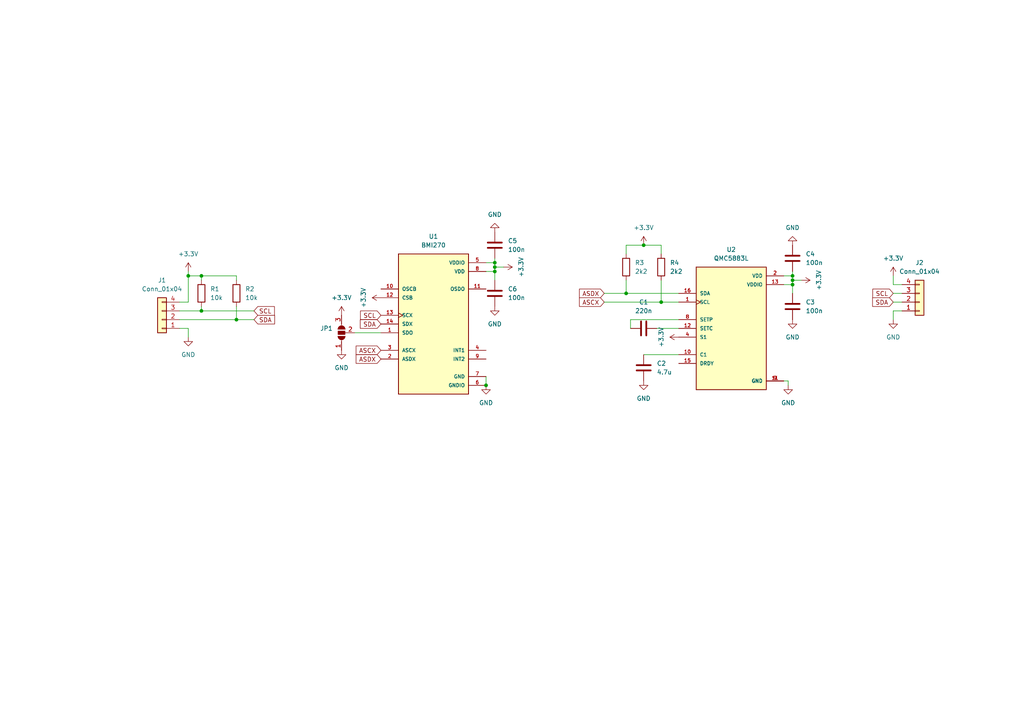
<source format=kicad_sch>
(kicad_sch (version 20230121) (generator eeschema)
  (paper "A4")
  (lib_symbols
    (symbol "BMI270:BMI270" (pin_names (offset 1.016))
      (property "Reference" "U" (at -10.16 21.082 0))
      (property "Value" "BMI270" (at -10.16 -22.86 0))
      (symbol "BMI270_0_0"
        (rectangle (start -10.16 -20.32) (end 10.16 20.32) (stroke (width 0.254)) (fill (type background)))
        (pin bidirectional line (at -15.24 -2.54 0) (length 5.08) (name "SDO") (number "1"))
        (pin input line (at -15.24 10.16 0) (length 5.08) (name "OSCB") (number "10"))
        (pin output line (at 15.24 10.16 180) (length 5.08) (name "OSDO") (number "11"))
        (pin input line (at -15.24 7.62 0) (length 5.08) (name "CSB") (number "12"))
        (pin input clock (at -15.24 2.54 0) (length 5.08) (name "SCX") (number "13"))
        (pin bidirectional line (at -15.24 0 0) (length 5.08) (name "SDX") (number "14"))
        (pin bidirectional line (at -15.24 -10.16 0) (length 5.08) (name "ASDX") (number "2"))
        (pin bidirectional line (at -15.24 -7.62 0) (length 5.08) (name "ASCX") (number "3"))
        (pin bidirectional line (at 15.24 -7.62 180) (length 5.08) (name "INT1") (number "4"))
        (pin power_in line (at 15.24 17.78 180) (length 5.08) (name "VDDIO") (number "5"))
        (pin power_in line (at 15.24 -17.78 180) (length 5.08) (name "GNDIO") (number "6"))
        (pin power_in line (at 15.24 -15.24 180) (length 5.08) (name "GND") (number "7"))
        (pin power_in line (at 15.24 15.24 180) (length 5.08) (name "VDD") (number "8"))
        (pin bidirectional line (at 15.24 -10.16 180) (length 5.08) (name "INT2") (number "9"))
      )
    )
    (symbol "Connector_Generic:Conn_01x04" (pin_names (offset 1.016) hide)
      (property "Reference" "J" (at 0 5.08 0))
      (property "Value" "Conn_01x04" (at 0 -7.62 0))
      (symbol "Conn_01x04_1_1"
        (rectangle (start -1.27 -4.953) (end 0 -5.207) (stroke (width 0.1524)))
        (rectangle (start -1.27 -2.413) (end 0 -2.667) (stroke (width 0.1524)))
        (rectangle (start -1.27 0.127) (end 0 -0.127) (stroke (width 0.1524)))
        (rectangle (start -1.27 2.667) (end 0 2.413) (stroke (width 0.1524)))
        (rectangle (start -1.27 3.81) (end 1.27 -6.35) (stroke (width 0.254)) (fill (type background)))
        (pin passive line (at -5.08 2.54 0) (length 3.81) (name "Pin_1") (number "1"))
        (pin passive line (at -5.08 0 0) (length 3.81) (name "Pin_2") (number "2"))
        (pin passive line (at -5.08 -2.54 0) (length 3.81) (name "Pin_3") (number "3"))
        (pin passive line (at -5.08 -5.08 0) (length 3.81) (name "Pin_4") (number "4"))
      )
    )
    (symbol "Device:C" (pin_numbers hide) (pin_names (offset 0.254))
      (property "Reference" "C" (at 0.635 2.54 0))
      (property "Value" "C" (at 0.635 -2.54 0))
      (symbol "C_0_1"
        (polyline (pts (xy -2.032 -0.762) (xy 2.032 -0.762)) (stroke (width 0.508)))
        (polyline (pts (xy -2.032 0.762) (xy 2.032 0.762)) (stroke (width 0.508)))
      )
      (symbol "C_1_1"
        (pin passive line (at 0 3.81 270) (length 2.794) (name "~") (number "1"))
        (pin passive line (at 0 -3.81 90) (length 2.794) (name "~") (number "2"))
      )
    )
    (symbol "Device:R" (pin_numbers hide) (pin_names (offset 0))
      (property "Reference" "R" (at 2.032 0 90))
      (property "Value" "R" (at 0 0 90))
      (symbol "R_0_1"
        (rectangle (start -1.016 -2.54) (end 1.016 2.54) (stroke (width 0.254)))
      )
      (symbol "R_1_1"
        (pin passive line (at 0 3.81 270) (length 1.27) (name "~") (number "1"))
        (pin passive line (at 0 -3.81 90) (length 1.27) (name "~") (number "2"))
      )
    )
    (symbol "HMC5883L-TR:HMC5883L-TR" (pin_names (offset 1.016))
      (property "Reference" "U" (at -10.16 19.05 0))
      (property "Value" "HMC5883L-TR" (at -10.16 -20.32 0))
      (symbol "HMC5883L-TR_0_0"
        (rectangle (start -10.16 -17.78) (end 10.16 17.78) (stroke (width 0.254)) (fill (type background)))
        (pin input clock (at -15.24 7.62 0) (length 5.08) (name "SCL") (number "1"))
        (pin bidirectional line (at -15.24 -7.62 0) (length 5.08) (name "C1") (number "10"))
        (pin power_in line (at 15.24 -15.24 180) (length 5.08) (name "GND") (number "11"))
        (pin bidirectional line (at -15.24 0 0) (length 5.08) (name "SETC") (number "12"))
        (pin power_in line (at 15.24 12.7 180) (length 5.08) (name "VDDIO") (number "13"))
        (pin bidirectional line (at -15.24 -10.16 0) (length 5.08) (name "DRDY") (number "15"))
        (pin input line (at -15.24 10.16 0) (length 5.08) (name "SDA") (number "16"))
        (pin power_in line (at 15.24 15.24 180) (length 5.08) (name "VDD") (number "2"))
        (pin bidirectional line (at -15.24 -2.54 0) (length 5.08) (name "S1") (number "4"))
        (pin bidirectional line (at -15.24 2.54 0) (length 5.08) (name "SETP") (number "8"))
        (pin power_in line (at 15.24 -15.24 180) (length 5.08) (name "GND") (number "9"))
      )
    )
    (symbol "Jumper:SolderJumper_3_Open" (pin_names (offset 0) hide)
      (property "Reference" "JP" (at -2.54 -2.54 0))
      (property "Value" "SolderJumper_3_Open" (at 0 2.794 0))
      (symbol "SolderJumper_3_Open_0_1"
        (arc (start -1.016 1.016) (mid -2.0276 0) (end -1.016 -1.016))
        (arc (start -1.016 1.016) (mid -2.0276 0) (end -1.016 -1.016) (fill (type outline)))
        (rectangle (start -0.508 1.016) (end 0.508 -1.016) (fill (type outline)))
        (polyline (pts (xy -2.54 0) (xy -2.032 0)))
        (polyline (pts (xy -1.016 1.016) (xy -1.016 -1.016)))
        (polyline (pts (xy 0 -1.27) (xy 0 -1.016)))
        (polyline (pts (xy 1.016 1.016) (xy 1.016 -1.016)))
        (polyline (pts (xy 2.54 0) (xy 2.032 0)))
        (arc (start 1.016 -1.016) (mid 2.0276 0) (end 1.016 1.016))
        (arc (start 1.016 -1.016) (mid 2.0276 0) (end 1.016 1.016) (fill (type outline)))
      )
      (symbol "SolderJumper_3_Open_1_1"
        (pin passive line (at -5.08 0 0) (length 2.54) (name "A") (number "1"))
        (pin passive line (at 0 -3.81 90) (length 2.54) (name "C") (number "2"))
        (pin passive line (at 5.08 0 180) (length 2.54) (name "B") (number "3"))
      )
    )
    (symbol "power:+3.3V" (power) (pin_names (offset 0))
      (property "Value" "+3.3V" (at 0 3.556 0))
      (symbol "+3.3V_0_1"
        (polyline (pts (xy -0.762 1.27) (xy 0 2.54)))
        (polyline (pts (xy 0 0) (xy 0 2.54)))
        (polyline (pts (xy 0 2.54) (xy 0.762 1.27)))
      )
      (symbol "+3.3V_1_1"
        (pin power_in line (at 0 0 90) (length 0) hide (name "+3.3V") (number "1"))
      )
    )
    (symbol "power:GND" (power) (pin_names (offset 0))
      (property "Value" "GND" (at 0 -3.81 0))
      (symbol "GND_0_1"
        (polyline (pts (xy 0 0) (xy 0 -1.27) (xy 1.27 -1.27) (xy 0 -2.54) (xy -1.27 -1.27) (xy 0 -1.27)))
      )
      (symbol "GND_1_1"
        (pin power_in line (at 0 0 270) (length 0) hide (name "GND") (number "1"))
      )
    )
  )
  (junction (at 54.61 80.01))
  (junction (at 181.61 85.09))
  (junction (at 143.51 77.47))
  (junction (at 229.87 81.28))
  (junction (at 68.58 92.71))
  (junction (at 58.42 90.17))
  (junction (at 140.97 111.76))
  (junction (at 191.77 87.63))
  (junction (at 143.51 78.74))
  (junction (at 229.87 82.55))
  (junction (at 229.87 80.01))
  (junction (at 58.42 80.01))
  (junction (at 143.51 76.2))
  (junction (at 186.69 71.12))
  (wire (pts (xy 175.26 85.09) (xy 181.61 85.09)))
  (wire (pts (xy 181.61 71.12) (xy 186.69 71.12)))
  (wire (pts (xy 58.42 90.17) (xy 73.66 90.17)))
  (wire (pts (xy 186.69 71.12) (xy 191.77 71.12)))
  (wire (pts (xy 54.61 95.25) (xy 54.61 97.79)))
  (wire (pts (xy 140.97 109.22) (xy 140.97 111.76)))
  (wire (pts (xy 190.5 95.25) (xy 196.85 95.25)))
  (wire (pts (xy 58.42 88.9) (xy 58.42 90.17)))
  (wire (pts (xy 175.26 87.63) (xy 191.77 87.63)))
  (wire (pts (xy 54.61 87.63) (xy 54.61 80.01)))
  (wire (pts (xy 140.97 76.2) (xy 143.51 76.2)))
  (wire (pts (xy 52.07 90.17) (xy 58.42 90.17)))
  (wire (pts (xy 191.77 71.12) (xy 191.77 73.66)))
  (wire (pts (xy 143.51 74.93) (xy 143.51 76.2)))
  (wire (pts (xy 229.87 81.28) (xy 232.41 81.28)))
  (wire (pts (xy 228.6 110.49) (xy 228.6 111.76)))
  (wire (pts (xy 54.61 80.01) (xy 54.61 78.74)))
  (wire (pts (xy 196.85 92.71) (xy 182.88 92.71)))
  (wire (pts (xy 227.33 80.01) (xy 229.87 80.01)))
  (wire (pts (xy 58.42 80.01) (xy 68.58 80.01)))
  (wire (pts (xy 227.33 110.49) (xy 228.6 110.49)))
  (wire (pts (xy 102.87 96.52) (xy 110.49 96.52)))
  (wire (pts (xy 259.08 82.55) (xy 259.08 80.01)))
  (wire (pts (xy 261.62 90.17) (xy 259.08 90.17)))
  (wire (pts (xy 259.08 85.09) (xy 261.62 85.09)))
  (wire (pts (xy 261.62 82.55) (xy 259.08 82.55)))
  (wire (pts (xy 143.51 77.47) (xy 146.05 77.47)))
  (wire (pts (xy 259.08 87.63) (xy 261.62 87.63)))
  (wire (pts (xy 68.58 88.9) (xy 68.58 92.71)))
  (wire (pts (xy 191.77 87.63) (xy 196.85 87.63)))
  (wire (pts (xy 68.58 92.71) (xy 73.66 92.71)))
  (wire (pts (xy 181.61 73.66) (xy 181.61 71.12)))
  (wire (pts (xy 182.88 92.71) (xy 182.88 95.25)))
  (wire (pts (xy 54.61 80.01) (xy 58.42 80.01)))
  (wire (pts (xy 181.61 85.09) (xy 196.85 85.09)))
  (wire (pts (xy 52.07 95.25) (xy 54.61 95.25)))
  (wire (pts (xy 58.42 80.01) (xy 58.42 81.28)))
  (wire (pts (xy 229.87 81.28) (xy 229.87 82.55)))
  (wire (pts (xy 229.87 80.01) (xy 229.87 81.28)))
  (wire (pts (xy 143.51 77.47) (xy 143.51 78.74)))
  (wire (pts (xy 52.07 92.71) (xy 68.58 92.71)))
  (wire (pts (xy 143.51 76.2) (xy 143.51 77.47)))
  (wire (pts (xy 68.58 80.01) (xy 68.58 81.28)))
  (wire (pts (xy 52.07 87.63) (xy 54.61 87.63)))
  (wire (pts (xy 143.51 78.74) (xy 143.51 81.28)))
  (wire (pts (xy 191.77 81.28) (xy 191.77 87.63)))
  (wire (pts (xy 229.87 82.55) (xy 229.87 85.09)))
  (wire (pts (xy 140.97 78.74) (xy 143.51 78.74)))
  (wire (pts (xy 186.69 102.87) (xy 196.85 102.87)))
  (wire (pts (xy 227.33 82.55) (xy 229.87 82.55)))
  (wire (pts (xy 259.08 90.17) (xy 259.08 92.71)))
  (wire (pts (xy 229.87 78.74) (xy 229.87 80.01)))
  (wire (pts (xy 181.61 81.28) (xy 181.61 85.09)))
  (global_label "SDA" (shape input) (at 110.49 93.98 180) (property "Intersheetrefs" "${INTERSHEET_REFS}" (effects hide)))
  (global_label "ASCX" (shape input) (at 110.49 101.6 180) (property "Intersheetrefs" "${INTERSHEET_REFS}" (effects hide)))
  (global_label "ASCX" (shape input) (at 175.26 87.63 180) (property "Intersheetrefs" "${INTERSHEET_REFS}" (effects hide)))
  (global_label "SCL" (shape input) (at 110.49 91.44 180) (property "Intersheetrefs" "${INTERSHEET_REFS}" (effects hide)))
  (global_label "SDA" (shape input) (at 259.08 87.63 180) (property "Intersheetrefs" "${INTERSHEET_REFS}" (effects hide)))
  (global_label "SCL" (shape input) (at 259.08 85.09 180) (property "Intersheetrefs" "${INTERSHEET_REFS}" (effects hide)))
  (global_label "ASDX" (shape input) (at 175.26 85.09 180) (property "Intersheetrefs" "${INTERSHEET_REFS}" (effects hide)))
  (global_label "SDA" (shape input) (at 73.66 92.71 0) (property "Intersheetrefs" "${INTERSHEET_REFS}" (effects hide)))
  (global_label "ASDX" (shape input) (at 110.49 104.14 180) (property "Intersheetrefs" "${INTERSHEET_REFS}" (effects hide)))
  (global_label "SCL" (shape input) (at 73.66 90.17 0) (property "Intersheetrefs" "${INTERSHEET_REFS}" (effects hide)))
  (symbol (lib_id "BMI270:BMI270") (at 125.73 93.98 0) (unit 1)
    (property "Reference" "U1" (at 125.73 68.58 0))
    (property "Value" "BMI270" (at 125.73 71.12 0))
    (property "Footprint" "footprints:XDCR_BMI270" (effects hide))
    (property "PATREV" "1.0" (effects hide))
    (property "MF" "Bosch Sensortec" (effects hide))
    (property "MAXIMUM_PACKAGE_HEIGHT" "0.87mm" (effects hide))
    (property "Package" "LGA-14 Bosch Sensortec" (effects hide))
    (property "Price" "None" (effects hide))
    (property "Check_prices" "https://www.snapeda.com/parts/BMI270/Bosch+Sensortec/view-part/?ref=eda" (effects hide))
    (property "STANDARD" "Manufacturer Recommendations" (effects hide))
    (property "SnapEDA_Link" "https://www.snapeda.com/parts/BMI270/Bosch+Sensortec/view-part/?ref=snap" (effects hide))
    (property "MP" "BMI270" (effects hide))
    (property "Description" "\nAccelerometer, Gyroscope, 6 Axis Sensor I2C, SPI Output\n" (effects hide))
    (property "Availability" "In Stock" (effects hide))
    (property "MANUFACTURER" "Bosch Sensortec" (effects hide))
  )
  (symbol (lib_id "power:GND") (at 229.87 92.71 0) (unit 1)
    (property "Reference" "#PWR09" (effects hide))
    (property "Value" "GND" (at 229.87 97.79 0))
  )
  (symbol (lib_id "HMC5883L-TR:HMC5883L-TR") (at 212.09 95.25 0) (unit 1)
    (property "Reference" "U2" (at 212.09 72.39 0))
    (property "Value" "QMC5883L" (at 212.09 74.93 0))
    (property "Footprint" "footprints:XDCR_HMC5883L-TR" (effects hide))
    (property "MF" "Honeywell Aerospace" (effects hide))
    (property "Description" "\nMagnetoresistive Sensor X, Y, Z Axis 16-LCC\n" (effects hide))
    (property "Package" "LCC-16 Honeywell" (effects hide))
    (property "Price" "None" (effects hide))
    (property "Check_prices" "https://www.snapeda.com/parts/HMC5883L-TR/Honeywell+Aerospace/view-part/?ref=eda" (effects hide))
    (property "STANDARD" "Manufacturer Recommendations" (effects hide))
    (property "PARTREV" "E" (effects hide))
    (property "SnapEDA_Link" "https://www.snapeda.com/parts/HMC5883L-TR/Honeywell+Aerospace/view-part/?ref=snap" (effects hide))
    (property "MP" "HMC5883L-TR" (effects hide))
    (property "Availability" "In Stock" (effects hide))
    (property "PACKAGE_MAXIMUM_HEIGHT" "0.9mm" (effects hide))
    (property "MANUFACTURER" "HONEYWELL" (effects hide))
  )
  (symbol (lib_id "Device:C") (at 186.69 106.68 0) (unit 1)
    (property "Reference" "C2" (at 190.5 105.41 0) (effects (justify left)))
    (property "Value" "4.7u" (at 190.5 107.95 0) (effects (justify left)))
    (property "Footprint" "Capacitor_SMD:C_0201_0603Metric" (effects hide))
  )
  (symbol (lib_id "power:GND") (at 99.06 101.6 0) (unit 1)
    (property "Reference" "#PWR011" (effects hide))
    (property "Value" "GND" (at 99.06 106.68 0))
  )
  (symbol (lib_id "Device:C") (at 186.69 95.25 90) (unit 1)
    (property "Reference" "C1" (at 186.69 87.63 90))
    (property "Value" "220n" (at 186.69 90.17 90))
    (property "Footprint" "Capacitor_SMD:C_0201_0603Metric" (effects hide))
  )
  (symbol (lib_id "Device:R") (at 191.77 77.47 0) (unit 1)
    (property "Reference" "R4" (at 194.31 76.2 0) (effects (justify left)))
    (property "Value" "2k2" (at 194.31 78.74 0) (effects (justify left)))
    (property "Footprint" "Resistor_SMD:R_0201_0603Metric" (effects hide))
  )
  (symbol (lib_id "Device:R") (at 68.58 85.09 0) (unit 1)
    (property "Reference" "R2" (at 71.12 83.82 0) (effects (justify left)))
    (property "Value" "10k" (at 71.12 86.36 0) (effects (justify left)))
    (property "Footprint" "Resistor_SMD:R_0201_0603Metric" (effects hide))
    (property "LCSC Part #" "C2930027" (effects hide))
  )
  (symbol (lib_id "power:+3.3V") (at 196.85 97.79 90) (mirror x) (unit 1)
    (property "Reference" "#PWR07" (effects hide))
    (property "Value" "+3.3V" (at 191.77 97.79 0))
  )
  (symbol (lib_id "power:GND") (at 229.87 71.12 180) (unit 1)
    (property "Reference" "#PWR014" (effects hide))
    (property "Value" "GND" (at 229.87 66.04 0))
  )
  (symbol (lib_id "power:+3.3V") (at 110.49 86.36 90) (mirror x) (unit 1)
    (property "Reference" "#PWR018" (effects hide))
    (property "Value" "+3.3V" (at 105.41 86.36 0))
  )
  (symbol (lib_id "Connector_Generic:Conn_01x04") (at 266.7 87.63 0) (mirror x) (unit 1)
    (property "Reference" "J2" (at 266.7 76.2 0))
    (property "Value" "Conn_01x04" (at 266.7 78.74 0))
    (property "Footprint" "footprints:JST_SH_SM04B-SRSS-TB_1x04-1MP_P1.00mm_Horizontal_Only_Wire_Pads" (effects hide))
  )
  (symbol (lib_id "power:GND") (at 228.6 111.76 0) (unit 1)
    (property "Reference" "#PWR08" (effects hide))
    (property "Value" "GND" (at 228.6 116.84 0))
  )
  (symbol (lib_id "power:+3.3V") (at 54.61 78.74 0) (mirror y) (unit 1)
    (property "Reference" "#PWR01" (effects hide))
    (property "Value" "+3.3V" (at 54.61 73.66 0))
  )
  (symbol (lib_id "power:GND") (at 54.61 97.79 0) (unit 1)
    (property "Reference" "#PWR02" (effects hide))
    (property "Value" "GND" (at 54.61 102.87 0))
  )
  (symbol (lib_id "Jumper:SolderJumper_3_Open") (at 99.06 96.52 90) (unit 1)
    (property "Reference" "JP1" (at 96.52 95.25 90) (effects (justify left)))
    (property "Value" "SolderJumper_3_Open" (effects hide))
    (property "Footprint" "footprints:Micro_Solder_Jumper" (effects hide))
  )
  (symbol (lib_id "power:GND") (at 186.69 110.49 0) (unit 1)
    (property "Reference" "#PWR06" (effects hide))
    (property "Value" "GND" (at 186.69 115.57 0))
  )
  (symbol (lib_id "Connector_Generic:Conn_01x04") (at 46.99 92.71 180) (unit 1)
    (property "Reference" "J1" (at 46.99 81.28 0))
    (property "Value" "Conn_01x04" (at 46.99 83.82 0))
    (property "Footprint" "footprints:JST_SH_SM04B-SRSS-TB_1x04-1MP_P1.00mm_Horizontal_Only_Wire_Pads" (effects hide))
  )
  (symbol (lib_id "power:+3.3V") (at 186.69 71.12 0) (mirror y) (unit 1)
    (property "Reference" "#PWR05" (effects hide))
    (property "Value" "+3.3V" (at 186.69 66.04 0))
  )
  (symbol (lib_id "power:+3.3V") (at 232.41 81.28 270) (mirror x) (unit 1)
    (property "Reference" "#PWR015" (effects hide))
    (property "Value" "+3.3V" (at 237.49 81.28 0))
  )
  (symbol (lib_id "power:GND") (at 140.97 111.76 0) (unit 1)
    (property "Reference" "#PWR012" (effects hide))
    (property "Value" "GND" (at 140.97 116.84 0))
  )
  (symbol (lib_id "power:+3.3V") (at 259.08 80.01 0) (mirror y) (unit 1)
    (property "Reference" "#PWR03" (effects hide))
    (property "Value" "+3.3V" (at 259.08 74.93 0))
  )
  (symbol (lib_id "Device:R") (at 58.42 85.09 0) (unit 1)
    (property "Reference" "R1" (at 60.96 83.82 0) (effects (justify left)))
    (property "Value" "10k" (at 60.96 86.36 0) (effects (justify left)))
    (property "Footprint" "Resistor_SMD:R_0201_0603Metric" (effects hide))
    (property "LCSC Part #" "C2930027" (effects hide))
  )
  (symbol (lib_id "Device:C") (at 229.87 74.93 0) (unit 1)
    (property "Reference" "C4" (at 233.68 73.66 0) (effects (justify left)))
    (property "Value" "100n" (at 233.68 76.2 0) (effects (justify left)))
    (property "Footprint" "Capacitor_SMD:C_0201_0603Metric" (effects hide))
    (property "LCSC Part #" "C2909627" (effects hide))
  )
  (symbol (lib_id "power:GND") (at 143.51 67.31 180) (unit 1)
    (property "Reference" "#PWR013" (effects hide))
    (property "Value" "GND" (at 143.51 62.23 0))
  )
  (symbol (lib_id "Device:C") (at 229.87 88.9 180) (unit 1)
    (property "Reference" "C3" (at 233.68 87.63 0) (effects (justify right)))
    (property "Value" "100n" (at 233.68 90.17 0) (effects (justify right)))
    (property "Footprint" "Capacitor_SMD:C_0201_0603Metric" (effects hide))
    (property "LCSC Part #" "C2909627" (effects hide))
  )
  (symbol (lib_id "Device:C") (at 143.51 71.12 0) (unit 1)
    (property "Reference" "C5" (at 147.32 69.85 0) (effects (justify left)))
    (property "Value" "100n" (at 147.32 72.39 0) (effects (justify left)))
    (property "Footprint" "Capacitor_SMD:C_0201_0603Metric" (effects hide))
    (property "LCSC Part #" "C2909627" (effects hide))
  )
  (symbol (lib_id "Device:R") (at 181.61 77.47 0) (unit 1)
    (property "Reference" "R3" (at 184.15 76.2 0) (effects (justify left)))
    (property "Value" "2k2" (at 184.15 78.74 0) (effects (justify left)))
    (property "Footprint" "Resistor_SMD:R_0201_0603Metric" (effects hide))
  )
  (symbol (lib_id "Device:C") (at 143.51 85.09 180) (unit 1)
    (property "Reference" "C6" (at 147.32 83.82 0) (effects (justify right)))
    (property "Value" "100n" (at 147.32 86.36 0) (effects (justify right)))
    (property "Footprint" "Capacitor_SMD:C_0201_0603Metric" (effects hide))
    (property "LCSC Part #" "C2909627" (effects hide))
  )
  (symbol (lib_id "power:+3.3V") (at 146.05 77.47 270) (mirror x) (unit 1)
    (property "Reference" "#PWR017" (effects hide))
    (property "Value" "+3.3V" (at 151.13 77.47 0))
  )
  (symbol (lib_id "power:GND") (at 259.08 92.71 0) (mirror y) (unit 1)
    (property "Reference" "#PWR04" (effects hide))
    (property "Value" "GND" (at 259.08 97.79 0))
  )
  (symbol (lib_id "power:+3.3V") (at 99.06 91.44 0) (mirror y) (unit 1)
    (property "Reference" "#PWR010" (effects hide))
    (property "Value" "+3.3V" (at 99.06 86.36 0))
  )
  (symbol (lib_id "power:GND") (at 143.51 88.9 0) (unit 1)
    (property "Reference" "#PWR016" (effects hide))
    (property "Value" "GND" (at 143.51 93.98 0))
  )
)
</source>
